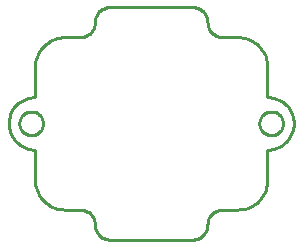
<source format=gbr>
G04 EAGLE Gerber RS-274X export*
G75*
%MOMM*%
%FSLAX34Y34*%
%LPD*%
%IN*%
%IPPOS*%
%AMOC8*
5,1,8,0,0,1.08239X$1,22.5*%
G01*
%ADD10C,0.254000*%


D10*
X22225Y51435D02*
X22322Y49221D01*
X22611Y47024D01*
X23090Y44861D01*
X23757Y42748D01*
X24605Y40701D01*
X25628Y38735D01*
X26819Y36866D01*
X28167Y35108D01*
X29665Y33475D01*
X31298Y31977D01*
X33056Y30629D01*
X34925Y29438D01*
X36891Y28415D01*
X38938Y27567D01*
X41051Y26900D01*
X43214Y26421D01*
X45411Y26132D01*
X47625Y26035D01*
X60325Y26035D01*
X61432Y25987D01*
X62530Y25842D01*
X63612Y25602D01*
X64669Y25269D01*
X65692Y24845D01*
X66675Y24334D01*
X67609Y23738D01*
X68488Y23064D01*
X69305Y22315D01*
X70054Y21498D01*
X70728Y20619D01*
X71324Y19685D01*
X71835Y18702D01*
X72259Y17679D01*
X72592Y16622D01*
X72832Y15540D01*
X72977Y14442D01*
X73025Y13335D01*
X73073Y12228D01*
X73218Y11130D01*
X73458Y10048D01*
X73791Y8991D01*
X74215Y7968D01*
X74726Y6985D01*
X75322Y6051D01*
X75996Y5172D01*
X76745Y4355D01*
X77562Y3606D01*
X78441Y2932D01*
X79375Y2336D01*
X80358Y1825D01*
X81381Y1401D01*
X82438Y1068D01*
X83520Y828D01*
X84618Y683D01*
X85725Y635D01*
X155575Y635D01*
X156682Y683D01*
X157780Y828D01*
X158862Y1068D01*
X159919Y1401D01*
X160942Y1825D01*
X161925Y2336D01*
X162859Y2932D01*
X163738Y3606D01*
X164555Y4355D01*
X165304Y5172D01*
X165978Y6051D01*
X166574Y6985D01*
X167085Y7968D01*
X167509Y8991D01*
X167842Y10048D01*
X168082Y11130D01*
X168227Y12228D01*
X168275Y13335D01*
X168323Y14442D01*
X168468Y15540D01*
X168708Y16622D01*
X169041Y17679D01*
X169465Y18702D01*
X169976Y19685D01*
X170572Y20619D01*
X171246Y21498D01*
X171995Y22315D01*
X172812Y23064D01*
X173691Y23738D01*
X174625Y24334D01*
X175608Y24845D01*
X176631Y25269D01*
X177688Y25602D01*
X178770Y25842D01*
X179868Y25987D01*
X180975Y26035D01*
X193675Y26035D01*
X195889Y26132D01*
X198086Y26421D01*
X200249Y26900D01*
X202362Y27567D01*
X204410Y28415D01*
X206375Y29438D01*
X208244Y30629D01*
X210002Y31977D01*
X211636Y33475D01*
X213133Y35108D01*
X214481Y36866D01*
X215672Y38735D01*
X216695Y40701D01*
X217543Y42748D01*
X218210Y44861D01*
X218689Y47024D01*
X218978Y49221D01*
X219075Y51435D01*
X219075Y76835D01*
X221012Y76920D01*
X222934Y77173D01*
X224827Y77592D01*
X226676Y78175D01*
X228468Y78917D01*
X230188Y79813D01*
X231823Y80854D01*
X233361Y82035D01*
X234790Y83345D01*
X236100Y84774D01*
X237281Y86312D01*
X238322Y87948D01*
X239218Y89667D01*
X239960Y91459D01*
X240543Y93308D01*
X240962Y95201D01*
X241215Y97123D01*
X241300Y99060D01*
X241215Y100997D01*
X240962Y102919D01*
X240543Y104812D01*
X239960Y106661D01*
X239218Y108453D01*
X238322Y110173D01*
X237281Y111808D01*
X236100Y113346D01*
X234790Y114775D01*
X233361Y116085D01*
X231823Y117266D01*
X230188Y118307D01*
X228468Y119203D01*
X226676Y119945D01*
X224827Y120528D01*
X222934Y120947D01*
X221012Y121200D01*
X219075Y121285D01*
X219075Y146685D01*
X218978Y148899D01*
X218689Y151096D01*
X218210Y153259D01*
X217543Y155372D01*
X216695Y157420D01*
X215672Y159385D01*
X214481Y161254D01*
X213133Y163012D01*
X211636Y164646D01*
X210002Y166143D01*
X208244Y167491D01*
X206375Y168682D01*
X204410Y169705D01*
X202362Y170553D01*
X200249Y171220D01*
X198086Y171699D01*
X195889Y171988D01*
X193675Y172085D01*
X180975Y172085D01*
X179868Y172133D01*
X178770Y172278D01*
X177688Y172518D01*
X176631Y172851D01*
X175608Y173275D01*
X174625Y173786D01*
X173691Y174382D01*
X172812Y175056D01*
X171995Y175805D01*
X171246Y176622D01*
X170572Y177501D01*
X169976Y178435D01*
X169465Y179418D01*
X169041Y180441D01*
X168708Y181498D01*
X168468Y182580D01*
X168323Y183678D01*
X168275Y184785D01*
X168227Y185892D01*
X168082Y186990D01*
X167842Y188072D01*
X167509Y189129D01*
X167085Y190152D01*
X166574Y191135D01*
X165978Y192069D01*
X165304Y192948D01*
X164555Y193765D01*
X163738Y194514D01*
X162859Y195188D01*
X161925Y195784D01*
X160942Y196295D01*
X159919Y196719D01*
X158862Y197052D01*
X157780Y197292D01*
X156682Y197437D01*
X155575Y197485D01*
X85725Y197485D01*
X84618Y197437D01*
X83520Y197292D01*
X82438Y197052D01*
X81381Y196719D01*
X80358Y196295D01*
X79375Y195784D01*
X78441Y195188D01*
X77562Y194514D01*
X76745Y193765D01*
X75996Y192948D01*
X75322Y192069D01*
X74726Y191135D01*
X74215Y190152D01*
X73791Y189129D01*
X73458Y188072D01*
X73218Y186990D01*
X73073Y185892D01*
X73025Y184785D01*
X72977Y183678D01*
X72832Y182580D01*
X72592Y181498D01*
X72259Y180441D01*
X71835Y179418D01*
X71324Y178435D01*
X70728Y177501D01*
X70054Y176622D01*
X69305Y175805D01*
X68488Y175056D01*
X67609Y174382D01*
X66675Y173786D01*
X65692Y173275D01*
X64669Y172851D01*
X63612Y172518D01*
X62530Y172278D01*
X61432Y172133D01*
X60325Y172085D01*
X47625Y172085D01*
X45411Y171988D01*
X43214Y171699D01*
X41051Y171220D01*
X38938Y170553D01*
X36891Y169705D01*
X34925Y168682D01*
X33056Y167491D01*
X31298Y166143D01*
X29665Y164646D01*
X28167Y163012D01*
X26819Y161254D01*
X25628Y159385D01*
X24605Y157420D01*
X23757Y155372D01*
X23090Y153259D01*
X22611Y151096D01*
X22322Y148899D01*
X22225Y146685D01*
X22225Y121285D01*
X20288Y121200D01*
X18366Y120947D01*
X16473Y120528D01*
X14624Y119945D01*
X12832Y119203D01*
X11113Y118307D01*
X9477Y117266D01*
X7939Y116085D01*
X6510Y114775D01*
X5200Y113346D01*
X4019Y111808D01*
X2978Y110173D01*
X2082Y108453D01*
X1340Y106661D01*
X757Y104812D01*
X338Y102919D01*
X85Y100997D01*
X0Y99060D01*
X85Y97123D01*
X338Y95201D01*
X757Y93308D01*
X1340Y91459D01*
X2082Y89667D01*
X2978Y87948D01*
X4019Y86312D01*
X5200Y84774D01*
X6510Y83345D01*
X7939Y82035D01*
X9477Y80854D01*
X11113Y79813D01*
X12832Y78917D01*
X14624Y78175D01*
X16473Y77592D01*
X18366Y77173D01*
X20288Y76920D01*
X22225Y76835D01*
X22225Y51435D01*
X29050Y98623D02*
X28974Y97754D01*
X28822Y96894D01*
X28596Y96050D01*
X28298Y95230D01*
X27929Y94438D01*
X27492Y93682D01*
X26991Y92967D01*
X26430Y92298D01*
X25812Y91680D01*
X25143Y91119D01*
X24428Y90618D01*
X23672Y90181D01*
X22880Y89812D01*
X22060Y89514D01*
X21216Y89288D01*
X20357Y89136D01*
X19487Y89060D01*
X18613Y89060D01*
X17744Y89136D01*
X16884Y89288D01*
X16040Y89514D01*
X15220Y89812D01*
X14428Y90181D01*
X13672Y90618D01*
X12957Y91119D01*
X12288Y91680D01*
X11670Y92298D01*
X11109Y92967D01*
X10608Y93682D01*
X10171Y94438D01*
X9802Y95230D01*
X9504Y96050D01*
X9278Y96894D01*
X9126Y97754D01*
X9050Y98623D01*
X9050Y99497D01*
X9126Y100367D01*
X9278Y101226D01*
X9504Y102070D01*
X9802Y102890D01*
X10171Y103682D01*
X10608Y104438D01*
X11109Y105153D01*
X11670Y105822D01*
X12288Y106440D01*
X12957Y107001D01*
X13672Y107502D01*
X14428Y107939D01*
X15220Y108308D01*
X16040Y108606D01*
X16884Y108832D01*
X17744Y108984D01*
X18613Y109060D01*
X19487Y109060D01*
X20357Y108984D01*
X21216Y108832D01*
X22060Y108606D01*
X22880Y108308D01*
X23672Y107939D01*
X24428Y107502D01*
X25143Y107001D01*
X25812Y106440D01*
X26430Y105822D01*
X26991Y105153D01*
X27492Y104438D01*
X27929Y103682D01*
X28298Y102890D01*
X28596Y102070D01*
X28822Y101226D01*
X28974Y100367D01*
X29050Y99497D01*
X29050Y98623D01*
X232250Y98623D02*
X232174Y97754D01*
X232022Y96894D01*
X231796Y96050D01*
X231498Y95230D01*
X231129Y94438D01*
X230692Y93682D01*
X230191Y92967D01*
X229630Y92298D01*
X229012Y91680D01*
X228343Y91119D01*
X227628Y90618D01*
X226872Y90181D01*
X226080Y89812D01*
X225260Y89514D01*
X224416Y89288D01*
X223557Y89136D01*
X222687Y89060D01*
X221813Y89060D01*
X220944Y89136D01*
X220084Y89288D01*
X219240Y89514D01*
X218420Y89812D01*
X217628Y90181D01*
X216872Y90618D01*
X216157Y91119D01*
X215488Y91680D01*
X214870Y92298D01*
X214309Y92967D01*
X213808Y93682D01*
X213371Y94438D01*
X213002Y95230D01*
X212704Y96050D01*
X212478Y96894D01*
X212326Y97754D01*
X212250Y98623D01*
X212250Y99497D01*
X212326Y100367D01*
X212478Y101226D01*
X212704Y102070D01*
X213002Y102890D01*
X213371Y103682D01*
X213808Y104438D01*
X214309Y105153D01*
X214870Y105822D01*
X215488Y106440D01*
X216157Y107001D01*
X216872Y107502D01*
X217628Y107939D01*
X218420Y108308D01*
X219240Y108606D01*
X220084Y108832D01*
X220944Y108984D01*
X221813Y109060D01*
X222687Y109060D01*
X223557Y108984D01*
X224416Y108832D01*
X225260Y108606D01*
X226080Y108308D01*
X226872Y107939D01*
X227628Y107502D01*
X228343Y107001D01*
X229012Y106440D01*
X229630Y105822D01*
X230191Y105153D01*
X230692Y104438D01*
X231129Y103682D01*
X231498Y102890D01*
X231796Y102070D01*
X232022Y101226D01*
X232174Y100367D01*
X232250Y99497D01*
X232250Y98623D01*
M02*

</source>
